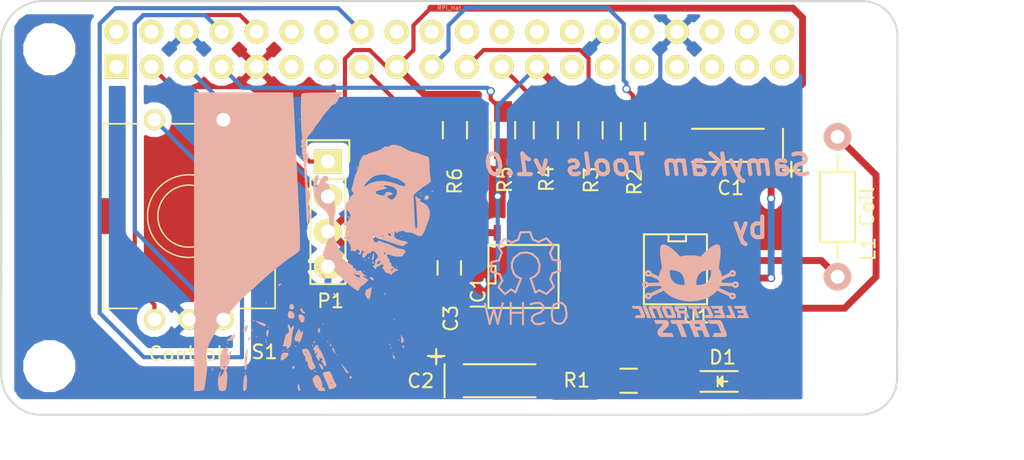
<source format=kicad_pcb>
(kicad_pcb (version 4) (host pcbnew 4.0.5)
  (title_block (title SamyKamTools) (date 2016-12-19) (rev 1.0) (company "Electronic Cats") (comment 1 "Andres Sabas"))
  (layers (0 F.Cu signal) (31 B.Cu signal) (34 B.Paste user) (35 F.Paste user) (36 B.SilkS user) (37 F.SilkS user) (38 B.Mask user) (39 F.Mask user) (44 Edge.Cuts user))
  (net 0 "")
  (net 1 VCC)
  (net 2 GND)
  (net 3 /RST)
  (net 4 /MOSI)
  (net 5 /MISO)
  (net 6 /SCK)
  (net 7 "Net-(L1-Pad1)")
  (net 8 "Net-(L1-Pad2)")
  (net 9 "Net-(U2-Pad2)")
  (net 10 "Net-(U2-Pad4)")
  (net 11 "Net-(U2-Pad13)")
  (net 12 "Net-(U2-Pad14)")
  (net 13 "Net-(U2-Pad20)")
  (net 14 "Net-(U2-Pad22)")
  (net 15 "Net-(U2-Pad24)")
  (net 16 "Net-(U2-Pad27)")
  (net 17 "Net-(U2-Pad28)")
  (net 18 "Net-(U2-Pad32)")
  (net 19 "Net-(U2-Pad33)")
  (net 20 "Net-(U2-Pad36)")
  (net 21 "Net-(U2-Pad37)")
  (net 22 "Net-(U2-Pad38)")
  (net 23 "Net-(U2-Pad39)")
  (net 24 "Net-(U2-Pad18)")
  (net 25 /GPIO4)
  (net 26 "Net-(U2-Pad35)")
  (net 27 "Net-(U2-Pad40)")
  (net 28 "Net-(D1-Pad2)")
  (net 29 "Net-(D1-Pad1)")
  (net 30 "Net-(IC1-Pad6)")
  (net 31 "Net-(IC1-Pad5)")
  (net 32 "Net-(IC1-Pad3)")
  (net 33 "Net-(IC1-Pad1)")
  (net 34 /SDA)
  (net 35 /SCL)
  (net 36 "Net-(U1-Pad8)")
  (net 37 "Net-(U1-Pad1)")
  (net 38 /GPIO15)
  (net 39 "Net-(U2-Pad26)")
  (net 40 "Net-(U2-Pad29)")
  (net 41 "Net-(U2-Pad31)")
  (net 42 GNDA)
  (net 43 /GPIO23)
  (net 44 /GPIO14)
  (net 45 "Net-(U2-Pad11)")
  (net 46 "Net-(U2-Pad12)")
  (module TIH:z_RPiZero_Hat_NPTH (layer F.Cu) (at 117.9 137.23)
    (fp_text reference U2)
    (fp_text value RPi_Hat (at 0 -14.5) (layer F.SilkS) (effects (font (size 0.3 0.3) (thickness 0.03))))
    (pad "" np_thru_hole circle (at -29 11.5) (size 2.75 2.75) (drill 2.75) (layers *.Cu *.Mask))
    (pad "" np_thru_hole circle (at 29 -11.5) (size 2.75 2.75) (drill 2.75) (layers *.Cu *.Mask))
    (pad "" np_thru_hole circle (at -29 -11.5) (size 2.75 2.75) (drill 2.75) (layers *.Cu *.Mask))
    (pad "" np_thru_hole circle (at 29 11.5) (size 2.75 2.75) (drill 2.75) (layers *.Cu *.Mask))
    (pad 1 thru_hole rect (at -24.13 -10.23 180) (size 1.7272 1.7272) (drill 1.016) (layers *.Cu *.Mask F.SilkS) (net 1 VCC))
    (pad 2 thru_hole circle (at -24.13 -12.77 180) (size 1.7272 1.7272) (drill 1.016) (layers *.Cu *.Mask F.SilkS) (net 9 "Net-(U2-Pad2)"))
    (pad 3 thru_hole circle (at -21.59 -10.23 180) (size 1.7272 1.7272) (drill 1.016) (layers *.Cu *.Mask F.SilkS) (net 34 /SDA))
    (pad 4 thru_hole circle (at -21.59 -12.77 180) (size 1.7272 1.7272) (drill 1.016) (layers *.Cu *.Mask F.SilkS) (net 10 "Net-(U2-Pad4)"))
    (pad 5 thru_hole circle (at -19.05 -10.23 180) (size 1.7272 1.7272) (drill 1.016) (layers *.Cu *.Mask F.SilkS) (net 35 /SCL))
    (pad 6 thru_hole circle (at -19.05 -12.77 180) (size 1.7272 1.7272) (drill 1.016) (layers *.Cu *.Mask F.SilkS) (net 42 GNDA))
    (pad 7 thru_hole circle (at -16.51 -10.23 180) (size 1.7272 1.7272) (drill 1.016) (layers *.Cu *.Mask F.SilkS) (net 25 /GPIO4))
    (pad 8 thru_hole circle (at -16.51 -12.77 180) (size 1.7272 1.7272) (drill 1.016) (layers *.Cu *.Mask F.SilkS) (net 44 /GPIO14))
    (pad 9 thru_hole circle (at -13.97 -10.23 180) (size 1.7272 1.7272) (drill 1.016) (layers *.Cu *.Mask F.SilkS) (net 2 GND))
    (pad 10 thru_hole circle (at -13.97 -12.77 180) (size 1.7272 1.7272) (drill 1.016) (layers *.Cu *.Mask F.SilkS) (net 38 /GPIO15))
    (pad 11 thru_hole circle (at -11.43 -10.23 180) (size 1.7272 1.7272) (drill 1.016) (layers *.Cu *.Mask F.SilkS) (net 45 "Net-(U2-Pad11)"))
    (pad 12 thru_hole circle (at -11.43 -12.77 180) (size 1.7272 1.7272) (drill 1.016) (layers *.Cu *.Mask F.SilkS) (net 46 "Net-(U2-Pad12)"))
    (pad 13 thru_hole circle (at -8.89 -10.23 180) (size 1.7272 1.7272) (drill 1.016) (layers *.Cu *.Mask F.SilkS) (net 11 "Net-(U2-Pad13)"))
    (pad 14 thru_hole circle (at -8.89 -12.77 180) (size 1.7272 1.7272) (drill 1.016) (layers *.Cu *.Mask F.SilkS) (net 12 "Net-(U2-Pad14)"))
    (pad 15 thru_hole circle (at -6.35 -10.23 180) (size 1.7272 1.7272) (drill 1.016) (layers *.Cu *.Mask F.SilkS) (net 3 /RST))
    (pad 16 thru_hole circle (at -6.35 -12.77 180) (size 1.7272 1.7272) (drill 1.016) (layers *.Cu *.Mask F.SilkS) (net 43 /GPIO23))
    (pad 17 thru_hole circle (at -3.81 -10.23 180) (size 1.7272 1.7272) (drill 1.016) (layers *.Cu *.Mask F.SilkS) (net 1 VCC))
    (pad 18 thru_hole circle (at -3.81 -12.77 180) (size 1.7272 1.7272) (drill 1.016) (layers *.Cu *.Mask F.SilkS) (net 24 "Net-(U2-Pad18)"))
    (pad 19 thru_hole circle (at -1.27 -10.23 180) (size 1.7272 1.7272) (drill 1.016) (layers *.Cu *.Mask F.SilkS) (net 4 /MOSI))
    (pad 20 thru_hole circle (at -1.27 -12.77 180) (size 1.7272 1.7272) (drill 1.016) (layers *.Cu *.Mask F.SilkS) (net 13 "Net-(U2-Pad20)"))
    (pad 21 thru_hole circle (at 1.27 -10.23 180) (size 1.7272 1.7272) (drill 1.016) (layers *.Cu *.Mask F.SilkS) (net 5 /MISO))
    (pad 22 thru_hole circle (at 1.27 -12.77 180) (size 1.7272 1.7272) (drill 1.016) (layers *.Cu *.Mask F.SilkS) (net 14 "Net-(U2-Pad22)"))
    (pad 23 thru_hole circle (at 3.81 -10.23 180) (size 1.7272 1.7272) (drill 1.016) (layers *.Cu *.Mask F.SilkS) (net 6 /SCK))
    (pad 24 thru_hole circle (at 3.81 -12.77 180) (size 1.7272 1.7272) (drill 1.016) (layers *.Cu *.Mask F.SilkS) (net 15 "Net-(U2-Pad24)"))
    (pad 25 thru_hole circle (at 6.35 -10.23 180) (size 1.7272 1.7272) (drill 1.016) (layers *.Cu *.Mask F.SilkS) (net 2 GND))
    (pad 26 thru_hole circle (at 6.35 -12.77 180) (size 1.7272 1.7272) (drill 1.016) (layers *.Cu *.Mask F.SilkS) (net 39 "Net-(U2-Pad26)"))
    (pad 27 thru_hole circle (at 8.89 -10.23 180) (size 1.7272 1.7272) (drill 1.016) (layers *.Cu *.Mask F.SilkS) (net 16 "Net-(U2-Pad27)"))
    (pad 28 thru_hole circle (at 8.89 -12.77 180) (size 1.7272 1.7272) (drill 1.016) (layers *.Cu *.Mask F.SilkS) (net 17 "Net-(U2-Pad28)"))
    (pad 29 thru_hole circle (at 11.43 -10.23 180) (size 1.7272 1.7272) (drill 1.016) (layers *.Cu *.Mask F.SilkS) (net 40 "Net-(U2-Pad29)"))
    (pad 30 thru_hole circle (at 11.43 -12.77 180) (size 1.7272 1.7272) (drill 1.016) (layers *.Cu *.Mask F.SilkS) (net 42 GNDA))
    (pad 31 thru_hole circle (at 13.97 -10.23 180) (size 1.7272 1.7272) (drill 1.016) (layers *.Cu *.Mask F.SilkS) (net 41 "Net-(U2-Pad31)"))
    (pad 32 thru_hole circle (at 13.97 -12.77 180) (size 1.7272 1.7272) (drill 1.016) (layers *.Cu *.Mask F.SilkS) (net 18 "Net-(U2-Pad32)"))
    (pad 33 thru_hole circle (at 16.51 -10.23 180) (size 1.7272 1.7272) (drill 1.016) (layers *.Cu *.Mask F.SilkS) (net 19 "Net-(U2-Pad33)"))
    (pad 34 thru_hole circle (at 16.51 -12.77 180) (size 1.7272 1.7272) (drill 1.016) (layers *.Cu *.Mask F.SilkS) (net 42 GNDA))
    (pad 35 thru_hole circle (at 19.05 -10.23 180) (size 1.7272 1.7272) (drill 1.016) (layers *.Cu *.Mask F.SilkS) (net 26 "Net-(U2-Pad35)"))
    (pad 36 thru_hole circle (at 19.05 -12.77 180) (size 1.7272 1.7272) (drill 1.016) (layers *.Cu *.Mask F.SilkS) (net 20 "Net-(U2-Pad36)"))
    (pad 37 thru_hole circle (at 21.59 -10.23 180) (size 1.7272 1.7272) (drill 1.016) (layers *.Cu *.Mask F.SilkS) (net 21 "Net-(U2-Pad37)"))
    (pad 38 thru_hole circle (at 21.59 -12.77 180) (size 1.7272 1.7272) (drill 1.016) (layers *.Cu *.Mask F.SilkS) (net 22 "Net-(U2-Pad38)"))
    (pad 39 thru_hole circle (at 24.13 -10.23 180) (size 1.7272 1.7272) (drill 1.016) (layers *.Cu *.Mask F.SilkS) (net 23 "Net-(U2-Pad39)"))
    (pad 40 thru_hole circle (at 24.13 -12.77 180) (size 1.7272 1.7272) (drill 1.016) (layers *.Cu *.Mask F.SilkS) (net 27 "Net-(U2-Pad40)"))
  )
  (module Libs:SW_PEC11R-4215F-S0024 (layer F.Cu) (at 99.02 137.84)
    (fp_text reference S1 (at 5.48 9.86) (layer F.SilkS))
    (fp_text value Control (at -0.214 9.988) (layer F.SilkS))
    (pad 2 thru_hole circle (at 2.5 -7) (size 1.508 1.508) (drill 1) (layers *.Cu *.Mask F.SilkS) (net 2 GND))
    (pad 1 thru_hole circle (at -2.5 -7) (size 1.508 1.508) (drill 1) (layers *.Cu *.Mask F.SilkS) (net 43 /GPIO23))
    (pad A thru_hole circle (at -2.5 7.5) (size 1.508 1.508) (drill 1) (layers *.Cu *.Mask F.SilkS) (net 38 /GPIO15))
    (pad C thru_hole circle (at 0 7.5) (size 1.508 1.508) (drill 1) (layers *.Cu *.Mask F.SilkS) (net 42 GNDA))
    (pad B thru_hole circle (at 2.5 7.5) (size 1.508 1.508) (drill 1) (layers *.Cu *.Mask F.SilkS) (net 44 /GPIO14))
    (pad P1 smd rect (at -5.7 0) (size 1.8 2.6) (layers F.Cu F.Paste F.Mask))
    (pad P2 smd rect (at 5.7 0) (size 1.8 2.6) (layers F.Cu F.Paste F.Mask))
  )
  (module Resistors_ThroughHole:Resistor_Horizontal_RM10mm (layer F.Cu) (at 146.05 137.16 90)
    (fp_text reference L1 (at -3.07 2.23 90) (layer F.SilkS))
    (fp_text value Coil (at -0.02 2.13 90) (layer F.SilkS))
    (pad 1 thru_hole circle (at -5.08 0 90) (size 1.99898 1.99898) (drill 1.00076) (layers *.Cu *.SilkS *.Mask) (net 7 "Net-(L1-Pad1)"))
    (pad 2 thru_hole circle (at 5.08 0 90) (size 1.99898 1.99898) (drill 1.00076) (layers *.Cu *.SilkS *.Mask) (net 8 "Net-(L1-Pad2)"))
  )
  (module Symbols:Symbol_OSHW-Logo_SilkScreen (layer B.Cu) (at 123.444 141.478 180)
    (fp_text reference "" (at 0.09906 4.38912 180) (layer B.SilkS) (effects (justify mirror)))
    (fp_text value OSHW-Logo)
  )
  (module theinventorhouse:electronic_cats_logo_8x6 (layer B.Cu) (at 135.382 143.256 180)
    (fp_text reference G*** hide)
    (fp_text value LOGO hide)
  )
  (module LEDs:LED_0805 (layer F.Cu) (at 137.71 149.84)
    (fp_text reference D1 (at 0 -1.75) (layer F.SilkS))
    (fp_text value LED)
    (pad 2 smd rect (at 1.04902 0 180) (size 1.19888 1.19888) (layers F.Cu F.Paste F.Mask) (net 28 "Net-(D1-Pad2)"))
    (pad 1 smd rect (at -1.04902 0 180) (size 1.19888 1.19888) (layers F.Cu F.Paste F.Mask) (net 29 "Net-(D1-Pad1)"))
  )
  (module SMD_Packages:SOIC-8-N (layer F.Cu) (at 123.28 142.22)
    (fp_text reference IC1 (at -3.29 1.21 90) (layer F.SilkS))
    (fp_text value ATTINY85-P)
    (pad 8 smd rect (at -1.905 -3.175) (size 0.508 1.143) (layers F.Cu F.Paste F.Mask) (net 1 VCC))
    (pad 7 smd rect (at -0.635 -3.175) (size 0.508 1.143) (layers F.Cu F.Paste F.Mask) (net 25 /GPIO4))
    (pad 6 smd rect (at 0.635 -3.175) (size 0.508 1.143) (layers F.Cu F.Paste F.Mask) (net 30 "Net-(IC1-Pad6)"))
    (pad 5 smd rect (at 1.905 -3.175) (size 0.508 1.143) (layers F.Cu F.Paste F.Mask) (net 31 "Net-(IC1-Pad5)"))
    (pad 4 smd rect (at 1.905 3.175) (size 0.508 1.143) (layers F.Cu F.Paste F.Mask) (net 2 GND))
    (pad 3 smd rect (at 0.635 3.175) (size 0.508 1.143) (layers F.Cu F.Paste F.Mask) (net 32 "Net-(IC1-Pad3)"))
    (pad 2 smd rect (at -0.635 3.175) (size 0.508 1.143) (layers F.Cu F.Paste F.Mask) (net 28 "Net-(D1-Pad2)"))
    (pad 1 smd rect (at -1.905 3.175) (size 0.508 1.143) (layers F.Cu F.Paste F.Mask) (net 33 "Net-(IC1-Pad1)"))
  )
  (module Pin_Headers:Pin_Header_Straight_1x04 (layer F.Cu) (at 109.1 133.88)
    (fp_text reference P1 (at 0.2 10.12) (layer F.SilkS))
    (fp_text value OLED (at 3 3.82 90) (layer F.SilkS))
    (pad 1 thru_hole rect (at 0 0) (size 2.032 1.7272) (drill 1.016) (layers *.Cu *.Mask F.SilkS) (net 34 /SDA))
    (pad 2 thru_hole oval (at 0 2.54) (size 2.032 1.7272) (drill 1.016) (layers *.Cu *.Mask F.SilkS) (net 35 /SCL))
    (pad 3 thru_hole oval (at 0 5.08) (size 2.032 1.7272) (drill 1.016) (layers *.Cu *.Mask F.SilkS) (net 1 VCC))
    (pad 4 thru_hole oval (at 0 7.62) (size 2.032 1.7272) (drill 1.016) (layers *.Cu *.Mask F.SilkS) (net 42 GNDA))
  )
  (module Resistors_SMD:R_0805_HandSoldering (layer F.Cu) (at 130.9 149.79 180)
    (fp_text reference R1 (at 3.76 0.03 180) (layer F.SilkS))
    (fp_text value 330)
    (pad 1 smd rect (at -1.35 0 180) (size 1.5 1.3) (layers F.Cu F.Paste F.Mask) (net 29 "Net-(D1-Pad1)"))
    (pad 2 smd rect (at 1.35 0 180) (size 1.5 1.3) (layers F.Cu F.Paste F.Mask) (net 2 GND))
  )
  (module Resistors_SMD:R_0805_HandSoldering (layer F.Cu) (at 131.22 131.68 270)
    (fp_text reference R2 (at 3.68 -0.11 270) (layer F.SilkS))
    (fp_text value 1K)
    (pad 1 smd rect (at -1.35 0 270) (size 1.5 1.3) (layers F.Cu F.Paste F.Mask) (net 4 /MOSI))
    (pad 2 smd rect (at 1.35 0 270) (size 1.5 1.3) (layers F.Cu F.Paste F.Mask) (net 31 "Net-(IC1-Pad5)"))
  )
  (module Resistors_SMD:R_0805_HandSoldering (layer F.Cu) (at 128.14 131.6 270)
    (fp_text reference R3 (at 3.62 -0.05 270) (layer F.SilkS))
    (fp_text value 1K)
    (pad 1 smd rect (at -1.35 0 270) (size 1.5 1.3) (layers F.Cu F.Paste F.Mask) (net 5 /MISO))
    (pad 2 smd rect (at 1.35 0 270) (size 1.5 1.3) (layers F.Cu F.Paste F.Mask) (net 30 "Net-(IC1-Pad6)"))
  )
  (module Resistors_SMD:R_0805_HandSoldering (layer F.Cu) (at 124.9 131.6 270)
    (fp_text reference R4 (at 3.52 -0.05 270) (layer F.SilkS))
    (fp_text value 1K)
    (pad 1 smd rect (at -1.35 0 270) (size 1.5 1.3) (layers F.Cu F.Paste F.Mask) (net 6 /SCK))
    (pad 2 smd rect (at 1.35 0 270) (size 1.5 1.3) (layers F.Cu F.Paste F.Mask) (net 25 /GPIO4))
  )
  (module Resistors_SMD:R_0805_HandSoldering (layer F.Cu) (at 121.8 131.6 270)
    (fp_text reference R5 (at 3.6 -0.12 270) (layer F.SilkS))
    (fp_text value 10K)
    (pad 1 smd rect (at -1.35 0 270) (size 1.5 1.3) (layers F.Cu F.Paste F.Mask) (net 25 /GPIO4))
    (pad 2 smd rect (at 1.35 0 270) (size 1.5 1.3) (layers F.Cu F.Paste F.Mask) (net 2 GND))
  )
  (module Resistors_SMD:R_0805_HandSoldering (layer F.Cu) (at 118.31 131.6 90)
    (fp_text reference R6 (at -3.7 -0.01 90) (layer F.SilkS))
    (fp_text value 1K)
    (pad 1 smd rect (at -1.35 0 90) (size 1.5 1.3) (layers F.Cu F.Paste F.Mask) (net 33 "Net-(IC1-Pad1)"))
    (pad 2 smd rect (at 1.35 0 90) (size 1.5 1.3) (layers F.Cu F.Paste F.Mask) (net 3 /RST))
  )
  (module SMD_Packages:SOIC-8-N (layer F.Cu) (at 134.3 141.7 270)
    (fp_text reference U1 (at 3.4 -1.5 360) (layer F.SilkS))
    (fp_text value TC4424)
    (pad 8 smd rect (at -1.905 -3.175 270) (size 0.508 1.143) (layers F.Cu F.Paste F.Mask) (net 36 "Net-(U1-Pad8)"))
    (pad 7 smd rect (at -0.635 -3.175 270) (size 0.508 1.143) (layers F.Cu F.Paste F.Mask) (net 7 "Net-(L1-Pad1)"))
    (pad 6 smd rect (at 0.635 -3.175 270) (size 0.508 1.143) (layers F.Cu F.Paste F.Mask) (net 1 VCC))
    (pad 5 smd rect (at 1.905 -3.175 270) (size 0.508 1.143) (layers F.Cu F.Paste F.Mask) (net 8 "Net-(L1-Pad2)"))
    (pad 4 smd rect (at 1.905 3.175 270) (size 0.508 1.143) (layers F.Cu F.Paste F.Mask) (net 30 "Net-(IC1-Pad6)"))
    (pad 3 smd rect (at 0.635 3.175 270) (size 0.508 1.143) (layers F.Cu F.Paste F.Mask) (net 2 GND))
    (pad 2 smd rect (at -0.635 3.175 270) (size 0.508 1.143) (layers F.Cu F.Paste F.Mask) (net 31 "Net-(IC1-Pad5)"))
    (pad 1 smd rect (at -1.905 3.175 270) (size 0.508 1.143) (layers F.Cu F.Paste F.Mask) (net 37 "Net-(U1-Pad1)"))
  )
  (module Capacitors_Tantalum_SMD:TantalC_SizeA_EIA-3216_HandSoldering (layer F.Cu) (at 138.1 132.7 180)
    (fp_text reference C1 (at -0.20066 -3.0988 180) (layer F.SilkS))
    (fp_text value 100uF)
    (fp_text user + (at -4.59994 -1.80086 180) (layer F.SilkS))
    (pad 2 smd rect (at 1.99898 0 180) (size 2.99974 1.50114) (layers F.Cu F.Paste F.Mask) (net 2 GND))
    (pad 1 smd rect (at -1.99898 0 180) (size 2.99974 1.50114) (layers F.Cu F.Paste F.Mask) (net 1 VCC))
  )
  (module Capacitors_Tantalum_SMD:TantalC_SizeA_EIA-3216_HandSoldering (layer F.Cu) (at 121.55 149.79)
    (fp_text reference C2 (at -5.72 0.01) (layer F.SilkS))
    (fp_text value 100uF)
    (fp_text user + (at -4.59994 -1.80086) (layer F.SilkS))
    (pad 2 smd rect (at 1.99898 0) (size 2.99974 1.50114) (layers F.Cu F.Paste F.Mask) (net 2 GND))
    (pad 1 smd rect (at -1.99898 0) (size 2.99974 1.50114) (layers F.Cu F.Paste F.Mask) (net 1 VCC))
  )
  (module Capacitors_SMD:C_0805_HandSoldering (layer F.Cu) (at 117.9 141.6 270)
    (fp_text reference C3 (at 3.67 -0.11 270) (layer F.SilkS))
    (fp_text value 0.1uF)
    (pad 1 smd rect (at -1.25 0 270) (size 1.5 1.25) (layers F.Cu F.Paste F.Mask) (net 1 VCC))
    (pad 2 smd rect (at 1.25 0 270) (size 1.5 1.25) (layers F.Cu F.Paste F.Mask) (net 2 GND))
  )
  (module TIH:samykamkar (layer B.Cu) (at 110.236 139.7 180)
    (fp_text reference G*** hide)
    (fp_text value LOGO hide)
  )
  (gr_text by (at 139.7 138.684) (layer B.SilkS) (effects (font (size 1.5 1.5) (thickness 0.3)) (justify mirror)))
  (gr_arc (start 147.851648 124.78) (end 147.79 122.24) (angle 93.19551596) (layer Edge.Cuts) (width 0.15))
  (gr_arc (start 147.72 149.6) (end 150.37 149.59) (angle 90.86973717) (layer Edge.Cuts) (width 0.15))
  (gr_arc (start 88.32 149.36) (end 88.31 152.26) (angle 90.97554646) (layer Edge.Cuts) (width 0.15))
  (gr_arc (start 88.46 125.289221) (end 85.4 125.33) (angle 92.06969626) (layer Edge.Cuts) (width 0.15))
  (gr_line (start 85.42 149.3) (end 85.4 125.33) (layer Edge.Cuts) (width 0.15))
  (gr_line (start 147.69 152.25) (end 88.3 152.26) (layer Edge.Cuts) (width 0.15))
  (gr_line (start 150.39 124.86) (end 150.37 149.58) (layer Edge.Cuts) (width 0.15))
  (gr_line (start 88.53 122.23) (end 147.78 122.24) (layer Edge.Cuts) (width 0.15))
  (gr_text "SamyKam Tools v1.0" (at 132.334 134.112) (layer B.SilkS) (effects (font (size 1.5 1.5) (thickness 0.3) italic) (justify mirror)))
  (segment (start 142.112519 122.746389) (end 116.547481 122.746389) (width 0.5) (layer F.Cu) (net 1))
  (segment (start 116.547481 122.746389) (end 115.303601 123.990269) (width 0.3) (layer F.Cu) (net 1))
  (segment (start 115.303601 123.990269) (end 115.303601 125.786399) (width 0.3) (layer F.Cu) (net 1))
  (segment (start 115.303601 125.786399) (end 114.953599 126.136401) (width 0.3) (layer F.Cu) (net 1))
  (segment (start 114.953599 126.136401) (end 114.09 127) (width 0.3) (layer F.Cu) (net 1))
  (segment (start 111.252 131.064) (end 111.252 136.9604) (width 0.5) (layer F.Cu) (net 1))
  (segment (start 111.252 136.9604) (end 110.46601 137.74639) (width 0.5) (layer F.Cu) (net 1))
  (segment (start 110.336399 130.148399) (end 111.252 131.064) (width 0.5) (layer F.Cu) (net 1))
  (segment (start 110.336399 126.417471) (end 110.336399 130.148399) (width 0.3) (layer F.Cu) (net 1))
  (segment (start 143.51 123.444) (end 143.51 128.23841) (width 0.5) (layer F.Cu) (net 1))
  (segment (start 143.51 128.23841) (end 143.243601 128.504809) (width 0.5) (layer F.Cu) (net 1))
  (segment (start 142.812389 122.746389) (end 143.51 123.444) (width 0.5) (layer F.Cu) (net 1))
  (segment (start 142.112519 122.746389) (end 142.812389 122.746389) (width 0.5) (layer F.Cu) (net 1))
  (segment (start 140.09898 132.7) (end 140.09898 131.64943) (width 0.5) (layer F.Cu) (net 1))
  (segment (start 140.09898 131.64943) (end 143.243601 128.504809) (width 0.5) (layer F.Cu) (net 1))
  (segment (start 141.235 136.565) (end 141.235 133.83602) (width 0.5) (layer F.Cu) (net 1))
  (segment (start 141.235 133.83602) (end 140.09898 132.7) (width 0.5) (layer F.Cu) (net 1))
  (via (at 141.235 136.565) (size 0.6) (drill 0.4) (layers F.Cu B.Cu) (net 1))
  (segment (start 141.235 142.335) (end 141.235 136.565) (width 0.5) (layer B.Cu) (net 1))
  (via (at 141.235 142.335) (size 0.6) (drill 0.4) (layers F.Cu B.Cu) (net 1))
  (segment (start 137.475 142.335) (end 141.235 142.335) (width 0.5) (layer F.Cu) (net 1))
  (segment (start 119.55102 149.79) (end 118.80172 149.79) (width 0.3) (layer F.Cu) (net 1))
  (segment (start 118.80172 149.79) (end 117.75115 148.73943) (width 0.5) (layer F.Cu) (net 1))
  (segment (start 117.75115 148.73943) (end 117.75115 147.45875) (width 0.5) (layer F.Cu) (net 1))
  (segment (start 117.75115 147.45875) (end 109.2524 138.96) (width 0.5) (layer F.Cu) (net 1))
  (segment (start 109.2524 138.96) (end 109.1 138.96) (width 0.3) (layer F.Cu) (net 1))
  (segment (start 120 129) (end 116.09 129) (width 0.5) (layer F.Cu) (net 1))
  (segment (start 116.09 129) (end 114.09 127) (width 0.5) (layer F.Cu) (net 1))
  (segment (start 120 137.2) (end 120 129) (width 0.5) (layer F.Cu) (net 1))
  (segment (start 117.9 140.35) (end 117.9 139.3) (width 0.5) (layer F.Cu) (net 1))
  (segment (start 117.9 139.3) (end 120 137.2) (width 0.5) (layer F.Cu) (net 1))
  (segment (start 109.1 138.96) (end 108.9476 138.96) (width 0.3) (layer F.Cu) (net 1))
  (segment (start 114.09 127) (end 113.34613 127) (width 0.3) (layer F.Cu) (net 1))
  (segment (start 113.34613 127) (end 112.132529 125.786399) (width 0.3) (layer F.Cu) (net 1))
  (segment (start 112.132529 125.786399) (end 110.967471 125.786399) (width 0.3) (layer F.Cu) (net 1))
  (segment (start 110.967471 125.786399) (end 110.336399 126.417471) (width 0.3) (layer F.Cu) (net 1))
  (segment (start 110.46601 137.74639) (end 109.2524 138.96) (width 0.5) (layer F.Cu) (net 1))
  (segment (start 117.9 140.35) (end 117.9 140.225) (width 0.3) (layer F.Cu) (net 1))
  (segment (start 117.9 140.225) (end 119.08 139.045) (width 0.5) (layer F.Cu) (net 1))
  (segment (start 119.08 139.045) (end 120.821 139.045) (width 0.5) (layer F.Cu) (net 1))
  (segment (start 120.821 139.045) (end 121.375 139.045) (width 0.5) (layer F.Cu) (net 1))
  (segment (start 137.7925 142.335) (end 137.475 142.335) (width 0.28) (layer F.Cu) (net 1))
  (segment (start 120.396 142.748) (end 118.002 142.748) (width 0.3) (layer F.Cu) (net 2))
  (segment (start 118.002 142.748) (end 117.9 142.85) (width 0.3) (layer F.Cu) (net 2))
  (segment (start 121.412 136.398) (end 121.412 141.732) (width 0.3) (layer B.Cu) (net 2))
  (segment (start 121.412 141.732) (end 120.396 142.748) (width 0.3) (layer B.Cu) (net 2))
  (via (at 120.396 142.748) (size 0.6) (drill 0.4) (layers F.Cu B.Cu) (net 2))
  (segment (start 121.412 136.398) (end 121.412 129.838) (width 0.3) (layer B.Cu) (net 2))
  (segment (start 121.412 129.838) (end 124.25 127) (width 0.3) (layer B.Cu) (net 2))
  (segment (start 121.8 132.95) (end 121.8 134) (width 0.3) (layer F.Cu) (net 2))
  (segment (start 121.8 134) (end 121.412 134.388) (width 0.3) (layer F.Cu) (net 2))
  (segment (start 121.412 134.388) (end 121.412 136.398) (width 0.3) (layer F.Cu) (net 2))
  (via (at 121.412 136.398) (size 0.6) (drill 0.4) (layers F.Cu B.Cu) (net 2))
  (segment (start 129.55 149.79) (end 123.54898 149.79) (width 0.3) (layer F.Cu) (net 2))
  (segment (start 118.31 130.25) (end 114.8 130.25) (width 0.3) (layer F.Cu) (net 3))
  (segment (start 114.8 130.25) (end 111.55 127) (width 0.3) (layer F.Cu) (net 3))
  (segment (start 129.39613 122.73) (end 119.10387 122.73) (width 0.3) (layer B.Cu) (net 4))
  (segment (start 119.10387 122.73) (end 117.843601 123.990269) (width 0.3) (layer B.Cu) (net 4))
  (segment (start 117.843601 123.990269) (end 117.843601 125.786399) (width 0.3) (layer B.Cu) (net 4))
  (segment (start 117.493599 126.136401) (end 116.63 127) (width 0.3) (layer B.Cu) (net 4))
  (segment (start 117.843601 125.786399) (end 117.493599 126.136401) (width 0.3) (layer B.Cu) (net 4))
  (segment (start 130.75 128.61) (end 130.75 128.185736) (width 0.3) (layer B.Cu) (net 4))
  (segment (start 130.75 128.185736) (end 130.543601 127.979337) (width 0.3) (layer B.Cu) (net 4))
  (segment (start 130.543601 127.979337) (end 130.543601 123.877471) (width 0.3) (layer B.Cu) (net 4))
  (segment (start 130.543601 123.877471) (end 129.39613 122.73) (width 0.3) (layer B.Cu) (net 4))
  (segment (start 131.22 130.33) (end 131.22 129.08) (width 0.3) (layer F.Cu) (net 4))
  (segment (start 131.22 129.08) (end 130.75 128.61) (width 0.3) (layer F.Cu) (net 4))
  (via (at 130.75 128.61) (size 0.6) (drill 0.4) (layers F.Cu B.Cu) (net 4))
  (segment (start 119.17 127) (end 120.383601 125.786399) (width 0.3) (layer F.Cu) (net 5))
  (segment (start 120.383601 125.786399) (end 127.386399 125.786399) (width 0.3) (layer F.Cu) (net 5))
  (segment (start 127.386399 125.786399) (end 128.003601 126.403601) (width 0.3) (layer F.Cu) (net 5))
  (segment (start 128.14 129.2) (end 128.14 130.25) (width 0.3) (layer F.Cu) (net 5))
  (segment (start 128.003601 126.403601) (end 128.003601 129.063601) (width 0.3) (layer F.Cu) (net 5))
  (segment (start 128.003601 129.063601) (end 128.14 129.2) (width 0.3) (layer F.Cu) (net 5))
  (segment (start 121.71 127) (end 124.9 130.19) (width 0.3) (layer F.Cu) (net 6))
  (segment (start 124.9 130.19) (end 124.9 130.25) (width 0.3) (layer F.Cu) (net 6))
  (segment (start 146.05 142.24) (end 144.875 141.065) (width 0.5) (layer F.Cu) (net 7))
  (segment (start 144.875 141.065) (end 137.475 141.065) (width 0.5) (layer F.Cu) (net 7))
  (segment (start 146.05 132.08) (end 148.844 134.874) (width 0.5) (layer F.Cu) (net 8))
  (segment (start 148.844 134.874) (end 148.844 142.24) (width 0.5) (layer F.Cu) (net 8))
  (segment (start 148.844 142.24) (end 146.558 144.526) (width 0.5) (layer F.Cu) (net 8))
  (segment (start 139.192 144.526) (end 138.3465 143.6805) (width 0.5) (layer F.Cu) (net 8))
  (segment (start 138.3465 143.6805) (end 138.3465 143.605) (width 0.3) (layer F.Cu) (net 8))
  (segment (start 146.558 144.526) (end 139.192 144.526) (width 0.5) (layer F.Cu) (net 8))
  (segment (start 138.3465 143.605) (end 137.475 143.605) (width 0.4) (layer F.Cu) (net 8))
  (segment (start 120.904 128.778) (end 120.904 129.354) (width 0.3) (layer F.Cu) (net 25))
  (segment (start 120.904 129.354) (end 121.8 130.25) (width 0.3) (layer F.Cu) (net 25))
  (segment (start 102.914 128.524) (end 120.65 128.524) (width 0.3) (layer B.Cu) (net 25))
  (segment (start 120.65 128.524) (end 120.904 128.778) (width 0.3) (layer B.Cu) (net 25))
  (via (at 120.904 128.778) (size 0.6) (drill 0.4) (layers F.Cu B.Cu) (net 25))
  (segment (start 101.39 127) (end 102.914 128.524) (width 0.3) (layer B.Cu) (net 25))
  (segment (start 124.9 132.95) (end 124.9 132.85) (width 0.3) (layer F.Cu) (net 25))
  (segment (start 124.9 132.85) (end 122.3 130.25) (width 0.3) (layer F.Cu) (net 25))
  (segment (start 122.3 130.25) (end 121.8 130.25) (width 0.3) (layer F.Cu) (net 25))
  (segment (start 124.9 132.95) (end 124.9 134) (width 0.3) (layer F.Cu) (net 25))
  (segment (start 124.9 134) (end 122.645 136.255) (width 0.3) (layer F.Cu) (net 25))
  (segment (start 122.645 136.255) (end 122.645 138.1735) (width 0.3) (layer F.Cu) (net 25))
  (segment (start 122.645 138.1735) (end 122.645 139.045) (width 0.3) (layer F.Cu) (net 25))
  (segment (start 122.645 145.395) (end 122.645 145.70362) (width 0.3) (layer F.Cu) (net 28))
  (segment (start 122.645 145.70362) (end 124.841388 147.900008) (width 0.3) (layer F.Cu) (net 28))
  (segment (start 124.841388 147.900008) (end 137.718468 147.900008) (width 0.3) (layer F.Cu) (net 28))
  (segment (start 137.718468 147.900008) (end 138.75902 148.94056) (width 0.3) (layer F.Cu) (net 28))
  (segment (start 138.75902 148.94056) (end 138.75902 149.84) (width 0.3) (layer F.Cu) (net 28))
  (segment (start 122.645 145.7125) (end 122.645 145.395) (width 0.3) (layer F.Cu) (net 28))
  (segment (start 136.66098 149.84) (end 132.3 149.84) (width 0.3) (layer F.Cu) (net 29))
  (segment (start 132.3 149.84) (end 132.25 149.79) (width 0.3) (layer F.Cu) (net 29))
  (segment (start 128.14 132.95) (end 128.14 134.5025) (width 0.3) (layer F.Cu) (net 30))
  (segment (start 128.14 134.5025) (end 123.915 138.7275) (width 0.3) (layer F.Cu) (net 30))
  (segment (start 123.915 138.7275) (end 123.915 139.045) (width 0.3) (layer F.Cu) (net 30))
  (segment (start 131.125 143.605) (end 128.1575 143.605) (width 0.3) (layer F.Cu) (net 30))
  (segment (start 128.1575 143.605) (end 123.915 139.3625) (width 0.3) (layer F.Cu) (net 30))
  (segment (start 123.915 139.3625) (end 123.915 139.045) (width 0.3) (layer F.Cu) (net 30))
  (segment (start 131.22 133.03) (end 131.22 134.08) (width 0.3) (layer F.Cu) (net 31))
  (segment (start 131.22 134.08) (end 126.255 139.045) (width 0.3) (layer F.Cu) (net 31))
  (segment (start 126.255 139.045) (end 125.739 139.045) (width 0.3) (layer F.Cu) (net 31))
  (segment (start 125.739 139.045) (end 125.185 139.045) (width 0.3) (layer F.Cu) (net 31))
  (segment (start 131.125 141.065) (end 126.8875 141.065) (width 0.3) (layer F.Cu) (net 31))
  (segment (start 126.8875 141.065) (end 125.185 139.3625) (width 0.3) (layer F.Cu) (net 31))
  (segment (start 125.185 139.3625) (end 125.185 139.045) (width 0.3) (layer F.Cu) (net 31))
  (segment (start 112.8 134.95) (end 114.8 132.95) (width 0.3) (layer F.Cu) (net 33))
  (segment (start 114.8 132.95) (end 118.31 132.95) (width 0.3) (layer F.Cu) (net 33))
  (segment (start 112.8 140.61) (end 112.8 134.95) (width 0.3) (layer F.Cu) (net 33))
  (segment (start 117.585 145.395) (end 112.8 140.61) (width 0.3) (layer F.Cu) (net 33))
  (segment (start 121.375 145.395) (end 117.585 145.395) (width 0.3) (layer F.Cu) (net 33))
  (segment (start 96.31 127) (end 98.596 129.286) (width 0.3) (layer F.Cu) (net 34))
  (segment (start 98.596 129.286) (end 103.19 129.286) (width 0.3) (layer F.Cu) (net 34))
  (segment (start 103.19 129.286) (end 107.784 133.88) (width 0.3) (layer F.Cu) (net 34))
  (segment (start 107.784 133.88) (end 109.1 133.88) (width 0.3) (layer F.Cu) (net 34))
  (segment (start 108.9476 133.88) (end 109.1 133.88) (width 0.3) (layer F.Cu) (net 34))
  (segment (start 98.85 127) (end 101.136 129.286) (width 0.3) (layer B.Cu) (net 35))
  (segment (start 101.136 129.286) (end 101.8136 129.286) (width 0.3) (layer B.Cu) (net 35))
  (segment (start 101.8136 129.286) (end 108.9476 136.42) (width 0.3) (layer B.Cu) (net 35))
  (segment (start 108.9476 136.42) (end 109.1 136.42) (width 0.3) (layer B.Cu) (net 35))
  (segment (start 109.2524 136.42) (end 109.1 136.42) (width 0.3) (layer B.Cu) (net 35))
  (segment (start 109.1 136.42) (end 108.9476 136.42) (width 0.3) (layer F.Cu) (net 35))
  (segment (start 96.52 145.34) (end 96.52 144.273683) (width 0.3) (layer F.Cu) (net 38))
  (segment (start 96.52 144.273683) (end 95.096399 142.850082) (width 0.3) (layer F.Cu) (net 38))
  (segment (start 95.096399 142.850082) (end 95.096399 123.877471) (width 0.3) (layer F.Cu) (net 38))
  (segment (start 95.096399 123.877471) (end 95.727471 123.246399) (width 0.3) (layer F.Cu) (net 38))
  (segment (start 95.727471 123.246399) (end 102.716399 123.246399) (width 0.3) (layer F.Cu) (net 38))
  (segment (start 102.716399 123.246399) (end 103.066401 123.596401) (width 0.3) (layer F.Cu) (net 38))
  (segment (start 103.066401 123.596401) (end 103.93 124.46) (width 0.3) (layer F.Cu) (net 38))
  (segment (start 115.728 146.812) (end 117.294002 146.812) (width 0.3) (layer B.Cu) (net 42))
  (segment (start 117.294002 146.812) (end 133.196399 130.909603) (width 0.3) (layer B.Cu) (net 42))
  (segment (start 133.196399 125.673601) (end 133.546401 125.323599) (width 0.3) (layer B.Cu) (net 42))
  (segment (start 133.196399 130.909603) (end 133.196399 125.673601) (width 0.3) (layer B.Cu) (net 42))
  (segment (start 133.546401 125.323599) (end 134.41 124.46) (width 0.3) (layer B.Cu) (net 42))
  (segment (start 109.1 141.5) (end 110.416 141.5) (width 0.3) (layer B.Cu) (net 42))
  (segment (start 110.416 141.5) (end 115.728 146.812) (width 0.3) (layer B.Cu) (net 42))
  (segment (start 109.1 141.5) (end 102.86 141.5) (width 0.3) (layer F.Cu) (net 42))
  (segment (start 102.86 141.5) (end 99.02 145.34) (width 0.3) (layer F.Cu) (net 42))
  (segment (start 109.1 141.5) (end 109.2524 141.5) (width 0.3) (layer B.Cu) (net 42))
  (segment (start 98.85 124.46) (end 99.60867 124.46) (width 0.28) (layer B.Cu) (net 42))
  (segment (start 111.55 124.46) (end 109.836389 122.746389) (width 0.3) (layer B.Cu) (net 43))
  (segment (start 109.836389 122.746389) (end 93.687481 122.746389) (width 0.3) (layer B.Cu) (net 43))
  (segment (start 95.758 148.082) (end 102.87 148.082) (width 0.3) (layer B.Cu) (net 43))
  (segment (start 102.87 148.082) (end 102.87 137.19) (width 0.3) (layer B.Cu) (net 43))
  (segment (start 93.687481 122.746389) (end 92.556399 123.877471) (width 0.3) (layer B.Cu) (net 43))
  (segment (start 92.556399 123.877471) (end 92.556399 144.880399) (width 0.3) (layer B.Cu) (net 43))
  (segment (start 92.556399 144.880399) (end 95.758 148.082) (width 0.3) (layer B.Cu) (net 43))
  (segment (start 102.87 137.19) (end 96.52 130.84) (width 0.3) (layer B.Cu) (net 43))
  (segment (start 101.39 124.46) (end 100.176399 123.246399) (width 0.3) (layer B.Cu) (net 44))
  (segment (start 100.176399 123.246399) (end 95.727471 123.246399) (width 0.3) (layer B.Cu) (net 44))
  (segment (start 95.727471 123.246399) (end 95.096399 123.877471) (width 0.3) (layer B.Cu) (net 44))
  (segment (start 95.096399 123.877471) (end 95.096399 138.916399) (width 0.3) (layer B.Cu) (net 44))
  (segment (start 95.096399 138.916399) (end 100.766001 144.586001) (width 0.3) (layer B.Cu) (net 44))
  (segment (start 100.766001 144.586001) (end 101.52 145.34) (width 0.3) (layer B.Cu) (net 44))
  (zone (net 2) (net_name GND) (layer F.Cu) (connect_pads (clearance 0.508)) (min_thickness 0.254) (fill yes (arc_segments 16) (thermal_gap 0.508) (thermal_bridge_width 0.508))
    (polygon (pts (xy 92.85 123.21) (xy 143.51 123.19) (xy 143.51 151.13) (xy 92.25 151.24)))
  )
  (zone (net 42) (net_name GNDA) (layer B.Cu) (connect_pads (clearance 0.508)) (min_thickness 0.254) (fill yes (arc_segments 16) (thermal_gap 0.508) (thermal_bridge_width 0.508))
    (polygon (pts (xy 86.36 123.19) (xy 143.51 123.19) (xy 143.51 151.13) (xy 86.36 151.13)))
  )
)
</source>
